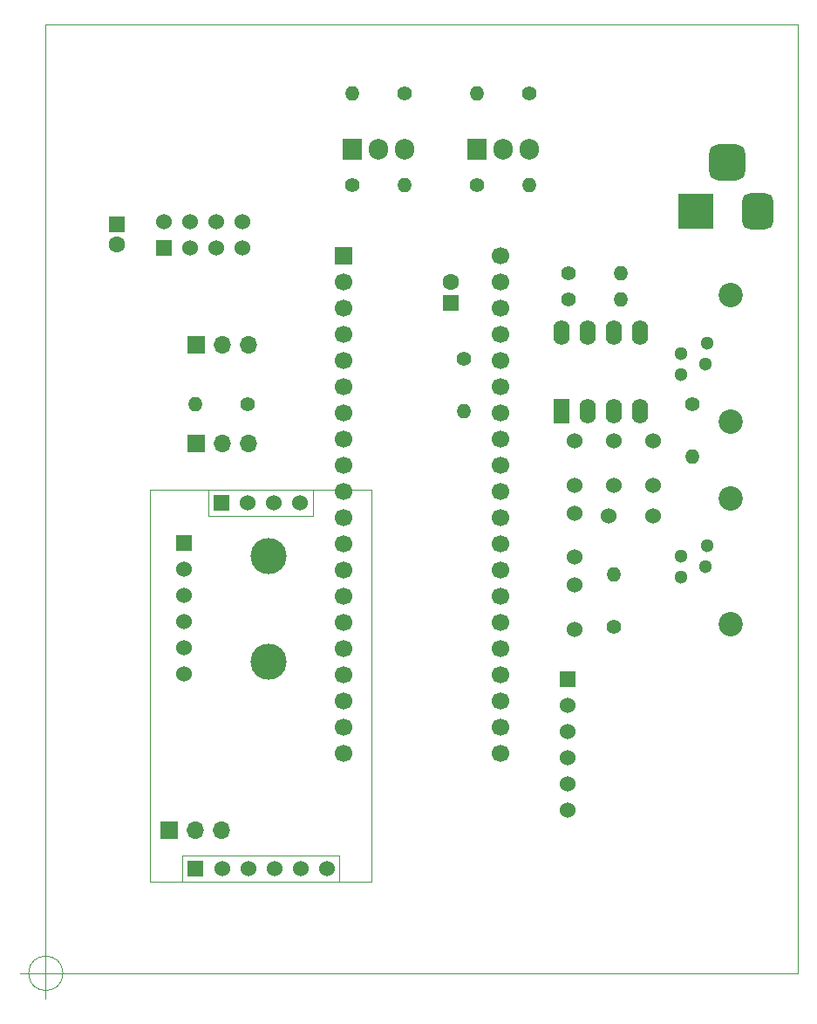
<source format=gbr>
%TF.GenerationSoftware,KiCad,Pcbnew,(6.0.4)*%
%TF.CreationDate,2023-07-19T00:07:21+07:00*%
%TF.ProjectId,05-Prototype-UpdatedComponents,30352d50-726f-4746-9f74-7970652d5570,rev?*%
%TF.SameCoordinates,PX66ff300PY8b3c880*%
%TF.FileFunction,Soldermask,Bot*%
%TF.FilePolarity,Negative*%
%FSLAX46Y46*%
G04 Gerber Fmt 4.6, Leading zero omitted, Abs format (unit mm)*
G04 Created by KiCad (PCBNEW (6.0.4)) date 2023-07-19 00:07:21*
%MOMM*%
%LPD*%
G01*
G04 APERTURE LIST*
G04 Aperture macros list*
%AMRoundRect*
0 Rectangle with rounded corners*
0 $1 Rounding radius*
0 $2 $3 $4 $5 $6 $7 $8 $9 X,Y pos of 4 corners*
0 Add a 4 corners polygon primitive as box body*
4,1,4,$2,$3,$4,$5,$6,$7,$8,$9,$2,$3,0*
0 Add four circle primitives for the rounded corners*
1,1,$1+$1,$2,$3*
1,1,$1+$1,$4,$5*
1,1,$1+$1,$6,$7*
1,1,$1+$1,$8,$9*
0 Add four rect primitives between the rounded corners*
20,1,$1+$1,$2,$3,$4,$5,0*
20,1,$1+$1,$4,$5,$6,$7,0*
20,1,$1+$1,$6,$7,$8,$9,0*
20,1,$1+$1,$8,$9,$2,$3,0*%
G04 Aperture macros list end*
%TA.AperFunction,Profile*%
%ADD10C,0.100000*%
%TD*%
%ADD11C,0.120000*%
%ADD12C,3.500000*%
%ADD13R,1.524000X1.524000*%
%ADD14C,1.524000*%
%ADD15R,1.600000X2.400000*%
%ADD16O,1.600000X2.400000*%
%ADD17O,1.905000X2.000000*%
%ADD18R,1.905000X2.000000*%
%ADD19C,1.700000*%
%ADD20R,1.700000X1.700000*%
%ADD21O,1.400000X1.400000*%
%ADD22C,1.400000*%
%ADD23O,1.700000X1.700000*%
%ADD24C,2.360000*%
%ADD25C,1.300000*%
%ADD26RoundRect,0.875000X0.875000X0.875000X-0.875000X0.875000X-0.875000X-0.875000X0.875000X-0.875000X0*%
%ADD27RoundRect,0.750000X0.750000X1.000000X-0.750000X1.000000X-0.750000X-1.000000X0.750000X-1.000000X0*%
%ADD28R,3.500000X3.500000*%
%ADD29R,1.600000X1.600000*%
%ADD30C,1.600000*%
G04 APERTURE END LIST*
D10*
X1666666Y0D02*
G75*
G03*
X1666666Y0I-1666666J0D01*
G01*
X-2500000Y0D02*
X2500000Y0D01*
X0Y2500000D02*
X0Y-2500000D01*
X0Y92000000D02*
X73000000Y92000000D01*
X73000000Y92000000D02*
X73000000Y0D01*
X73000000Y0D02*
X0Y0D01*
X0Y0D02*
X0Y92000000D01*
D11*
%TO.C,U4*%
X10155000Y46890000D02*
X31655000Y46890000D01*
X31655000Y46890000D02*
X31655000Y8890000D01*
X31655000Y8890000D02*
X10155000Y8890000D01*
X10155000Y8890000D02*
X10155000Y46890000D01*
X13285000Y8890000D02*
X28525000Y8890000D01*
X28525000Y8890000D02*
X28525000Y11430000D01*
X28525000Y11430000D02*
X13285000Y11430000D01*
X13285000Y11430000D02*
X13285000Y8890000D01*
X15825000Y46890000D02*
X25985000Y46890000D01*
X25985000Y46890000D02*
X25985000Y44350000D01*
X25985000Y44350000D02*
X15825000Y44350000D01*
X15825000Y44350000D02*
X15825000Y46890000D01*
%TD*%
D12*
%TO.C,U7*%
X21615000Y30263000D03*
X21615000Y40503000D03*
D13*
X13465000Y41733000D03*
D14*
X13465000Y31573000D03*
X13465000Y39193000D03*
X13465000Y36653000D03*
X13465000Y34113000D03*
X13465000Y29033000D03*
%TD*%
D15*
%TO.C,U6*%
X50125000Y54545000D03*
D16*
X52665000Y54545000D03*
X55205000Y54545000D03*
X57745000Y54545000D03*
X57745000Y62165000D03*
X55205000Y62165000D03*
X52665000Y62165000D03*
X50125000Y62165000D03*
%TD*%
D14*
%TO.C,U5*%
X19127000Y72910000D03*
X19127000Y70370000D03*
X16587000Y72910000D03*
X16587000Y70370000D03*
X14047000Y72910000D03*
X14047000Y70370000D03*
X11507000Y72910000D03*
D13*
X11507000Y70370000D03*
%TD*%
D14*
%TO.C,U4*%
X19715000Y10160000D03*
D13*
X17095000Y45620000D03*
D14*
X22255000Y10160000D03*
X19635000Y45620000D03*
X24795000Y10160000D03*
X22175000Y45620000D03*
X24715000Y45620000D03*
X27335000Y10160000D03*
D13*
X14555000Y10160000D03*
D14*
X17175000Y10160000D03*
%TD*%
%TO.C,U3*%
X50650000Y15825000D03*
X50650000Y18365000D03*
X50650000Y20905000D03*
X50650000Y23445000D03*
X50650000Y25985000D03*
D13*
X50650000Y28525000D03*
%TD*%
D17*
%TO.C,U2*%
X34875000Y79960000D03*
X32335000Y79960000D03*
D18*
X29795000Y79960000D03*
%TD*%
%TO.C,U1*%
X41860000Y79960000D03*
D17*
X44400000Y79960000D03*
X46940000Y79960000D03*
%TD*%
D19*
%TO.C,U0*%
X44120000Y69630000D03*
D20*
X28880000Y69630000D03*
D19*
X44120000Y67090000D03*
X28880000Y67090000D03*
X44120000Y64550000D03*
X28880000Y64550000D03*
X44120000Y62010000D03*
X28880000Y62010000D03*
X44120000Y59470000D03*
X28880000Y59470000D03*
X44120000Y56930000D03*
X28880000Y56930000D03*
X44120000Y54390000D03*
X28880000Y54390000D03*
X44120000Y51850000D03*
X28880000Y51850000D03*
X44120000Y49310000D03*
X28880000Y49310000D03*
X44120000Y46770000D03*
X28880000Y46770000D03*
X44120000Y44230000D03*
X28880000Y44230000D03*
X44120000Y41690000D03*
X28880000Y41690000D03*
X44120000Y39150000D03*
X28880000Y39150000D03*
X44120000Y36610000D03*
X28880000Y36610000D03*
X44120000Y34070000D03*
X28880000Y34070000D03*
X44120000Y31530000D03*
X28880000Y31530000D03*
X44120000Y28990000D03*
X28880000Y28990000D03*
X44120000Y26450000D03*
X28880000Y26450000D03*
X44120000Y23910000D03*
X28880000Y23910000D03*
X44120000Y21370000D03*
X28880000Y21370000D03*
%TD*%
D21*
%TO.C,R9*%
X14555000Y55195000D03*
D22*
X19635000Y55195000D03*
%TD*%
%TO.C,R8*%
X55195000Y33605000D03*
D21*
X55195000Y38685000D03*
%TD*%
D22*
%TO.C,R7*%
X40590000Y59640000D03*
D21*
X40590000Y54560000D03*
%TD*%
D22*
%TO.C,R6*%
X62815000Y55195000D03*
D21*
X62815000Y50115000D03*
%TD*%
D22*
%TO.C,R5*%
X50750000Y67895000D03*
D21*
X55830000Y67895000D03*
%TD*%
D22*
%TO.C,R4*%
X50750000Y65355000D03*
D21*
X55830000Y65355000D03*
%TD*%
%TO.C,R3*%
X34875000Y76460000D03*
D22*
X29795000Y76460000D03*
%TD*%
%TO.C,R2*%
X34875000Y85350000D03*
D21*
X29795000Y85350000D03*
%TD*%
%TO.C,R1*%
X46940000Y76460000D03*
D22*
X41860000Y76460000D03*
%TD*%
D21*
%TO.C,R0*%
X41860000Y85350000D03*
D22*
X46940000Y85350000D03*
%TD*%
D20*
%TO.C,J5*%
X14570000Y51410000D03*
D23*
X17110000Y51410000D03*
X19650000Y51410000D03*
%TD*%
D24*
%TO.C,J4*%
X66490000Y33855000D03*
X66490000Y46055000D03*
D25*
X61650000Y38430000D03*
X61650000Y40465000D03*
X64090000Y39445000D03*
X64190000Y41480000D03*
%TD*%
D24*
%TO.C,J3*%
X66490000Y53540000D03*
X66490000Y65740000D03*
D25*
X61650000Y58115000D03*
X61650000Y60150000D03*
X64090000Y59130000D03*
X64190000Y61165000D03*
%TD*%
D23*
%TO.C,J2*%
X19650000Y60935000D03*
X17110000Y60935000D03*
D20*
X14570000Y60935000D03*
%TD*%
%TO.C,J1*%
X12015000Y13920000D03*
D23*
X14555000Y13920000D03*
X17095000Y13920000D03*
%TD*%
D26*
%TO.C,J0*%
X66165000Y78622500D03*
D27*
X69165000Y73922500D03*
D28*
X63165000Y73922500D03*
%TD*%
D14*
%TO.C,C7*%
X51385000Y33360000D03*
X51385000Y37660000D03*
%TD*%
%TO.C,C6*%
X55195000Y51630000D03*
X55195000Y47330000D03*
%TD*%
%TO.C,C5*%
X51385000Y51630000D03*
X51385000Y47330000D03*
%TD*%
%TO.C,C4*%
X58996000Y44400000D03*
X54696000Y44400000D03*
%TD*%
%TO.C,C3*%
X59005000Y47330000D03*
X59005000Y51630000D03*
%TD*%
%TO.C,C2*%
X51385000Y44645000D03*
X51385000Y40345000D03*
%TD*%
D29*
%TO.C,C1*%
X6935000Y72660112D03*
D30*
X6935000Y70660112D03*
%TD*%
%TO.C,C0*%
X39320000Y67034887D03*
D29*
X39320000Y65034887D03*
%TD*%
M02*

</source>
